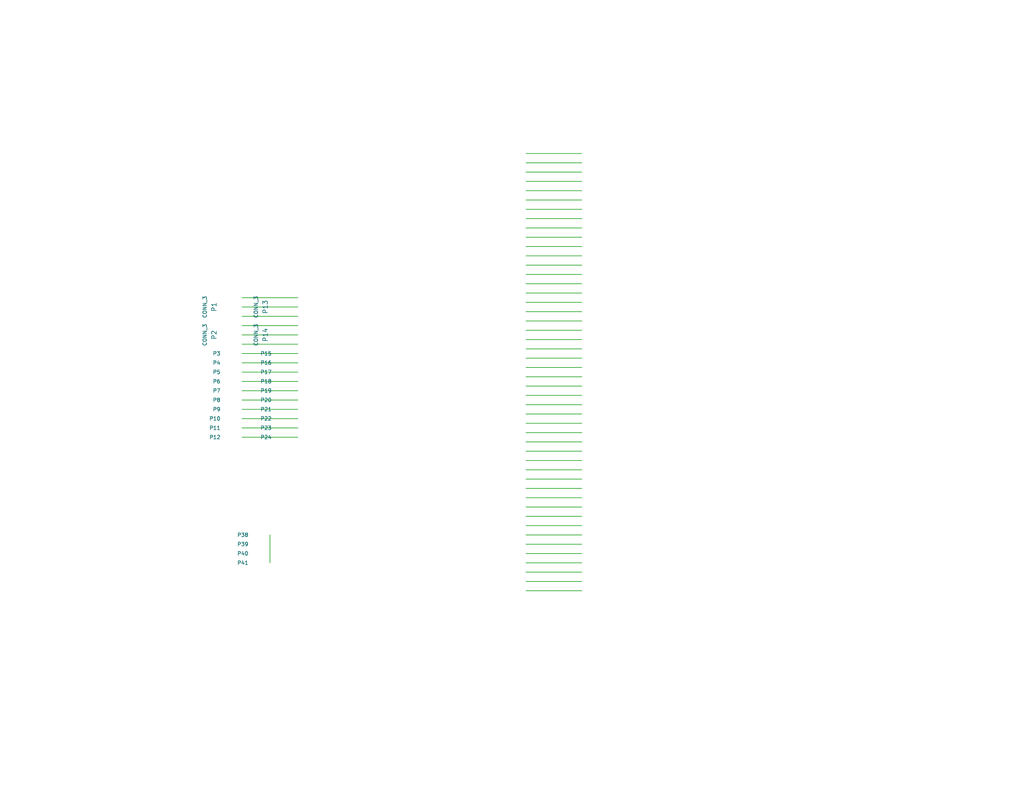
<source format=kicad_sch>
(kicad_sch
	(version 20250114)
	(generator "eeschema")
	(generator_version "9.0")
	(uuid "a10cdb76-1f38-412c-91ea-acd0b5a809bf")
	(paper "A")
	(title_block
		(title "ECU adapter")
		(date "1 sep 2013")
		(rev "1")
		(company "DAECU")
	)
	(lib_symbols)
	(wire
		(pts
			(xy 143.51 138.43) (xy 158.75 138.43)
		)
		(stroke
			(width 0)
			(type default)
		)
		(uuid "05abbd02-69cf-4d06-b316-ce0047f3140f")
	)
	(wire
		(pts
			(xy 143.51 140.97) (xy 158.75 140.97)
		)
		(stroke
			(width 0)
			(type default)
		)
		(uuid "08b025d1-d125-437b-bec1-de3042fa2cd3")
	)
	(wire
		(pts
			(xy 66.04 114.3) (xy 81.28 114.3)
		)
		(stroke
			(width 0)
			(type default)
		)
		(uuid "12ab8dd1-3d6c-4019-a6bc-a3df77a7a371")
	)
	(wire
		(pts
			(xy 143.51 118.11) (xy 158.75 118.11)
		)
		(stroke
			(width 0)
			(type default)
		)
		(uuid "13bf04c9-099b-4455-9c49-a0650fece9b5")
	)
	(wire
		(pts
			(xy 143.51 123.19) (xy 158.75 123.19)
		)
		(stroke
			(width 0)
			(type default)
		)
		(uuid "192b1155-5250-4a80-9971-88ef9133def0")
	)
	(wire
		(pts
			(xy 143.51 49.53) (xy 158.75 49.53)
		)
		(stroke
			(width 0)
			(type default)
		)
		(uuid "1ac71271-e145-4274-bdfa-8068e6122a7d")
	)
	(wire
		(pts
			(xy 143.51 59.69) (xy 158.75 59.69)
		)
		(stroke
			(width 0)
			(type default)
		)
		(uuid "1ddb2c6b-85d1-4d90-9e19-621cf211a9aa")
	)
	(wire
		(pts
			(xy 143.51 148.59) (xy 158.75 148.59)
		)
		(stroke
			(width 0)
			(type default)
		)
		(uuid "2166ea8c-9c81-47a3-b98a-64a4aeae1c27")
	)
	(wire
		(pts
			(xy 66.04 88.9) (xy 81.28 88.9)
		)
		(stroke
			(width 0)
			(type default)
		)
		(uuid "2582d85e-d59c-4fb0-8332-cc21e7cc2c5f")
	)
	(wire
		(pts
			(xy 143.51 80.01) (xy 158.75 80.01)
		)
		(stroke
			(width 0)
			(type default)
		)
		(uuid "278f0ee3-455a-4bf1-a16f-55529bb832bd")
	)
	(wire
		(pts
			(xy 66.04 104.14) (xy 81.28 104.14)
		)
		(stroke
			(width 0)
			(type default)
		)
		(uuid "27b9752e-d1c5-4574-8efc-b48fb55bc9ed")
	)
	(wire
		(pts
			(xy 143.51 85.09) (xy 158.75 85.09)
		)
		(stroke
			(width 0)
			(type default)
		)
		(uuid "3c167cb1-0142-492b-8d85-3f29b56b0a70")
	)
	(wire
		(pts
			(xy 143.51 74.93) (xy 158.75 74.93)
		)
		(stroke
			(width 0)
			(type default)
		)
		(uuid "3c5e0849-71fc-4d15-9bd2-05e90f6d1db5")
	)
	(wire
		(pts
			(xy 143.51 158.75) (xy 158.75 158.75)
		)
		(stroke
			(width 0)
			(type default)
		)
		(uuid "3d6905fd-e1c9-4ae5-8816-4d655b930693")
	)
	(wire
		(pts
			(xy 143.51 87.63) (xy 158.75 87.63)
		)
		(stroke
			(width 0)
			(type default)
		)
		(uuid "41c152f5-cacf-4e05-b1be-2f699ae3ee00")
	)
	(wire
		(pts
			(xy 66.04 86.36) (xy 81.28 86.36)
		)
		(stroke
			(width 0)
			(type default)
		)
		(uuid "43dd8d1e-29fc-4f58-89b3-393897520f07")
	)
	(wire
		(pts
			(xy 143.51 77.47) (xy 158.75 77.47)
		)
		(stroke
			(width 0)
			(type default)
		)
		(uuid "4422b847-1436-4ae1-87c8-7b8e4c95ab1c")
	)
	(wire
		(pts
			(xy 143.51 41.91) (xy 158.75 41.91)
		)
		(stroke
			(width 0)
			(type default)
		)
		(uuid "494ab341-1d48-4115-b7d9-6a1f5bc054fb")
	)
	(wire
		(pts
			(xy 143.51 130.81) (xy 158.75 130.81)
		)
		(stroke
			(width 0)
			(type default)
		)
		(uuid "4bce3598-dfec-4104-b6ac-5f20464313da")
	)
	(wire
		(pts
			(xy 66.04 101.6) (xy 81.28 101.6)
		)
		(stroke
			(width 0)
			(type default)
		)
		(uuid "5360e6df-e231-4c89-8d83-ee536f909b4d")
	)
	(wire
		(pts
			(xy 143.51 143.51) (xy 158.75 143.51)
		)
		(stroke
			(width 0)
			(type default)
		)
		(uuid "567976d9-07d5-4c0b-b498-7d45e6469ebd")
	)
	(wire
		(pts
			(xy 143.51 120.65) (xy 158.75 120.65)
		)
		(stroke
			(width 0)
			(type default)
		)
		(uuid "577f986c-b09e-4681-9a49-1f332f2e9ede")
	)
	(wire
		(pts
			(xy 66.04 119.38) (xy 81.28 119.38)
		)
		(stroke
			(width 0)
			(type default)
		)
		(uuid "59a60520-515b-4a36-8a74-598bab4bf678")
	)
	(wire
		(pts
			(xy 143.51 72.39) (xy 158.75 72.39)
		)
		(stroke
			(width 0)
			(type default)
		)
		(uuid "5aecdabe-d466-4e3c-99c9-f12f6d3fa203")
	)
	(wire
		(pts
			(xy 143.51 133.35) (xy 158.75 133.35)
		)
		(stroke
			(width 0)
			(type default)
		)
		(uuid "617caafb-c07a-4711-95c1-219ff0f9408e")
	)
	(wire
		(pts
			(xy 66.04 81.28) (xy 81.28 81.28)
		)
		(stroke
			(width 0)
			(type default)
		)
		(uuid "67112e99-8394-4745-b16a-f2e6d55f43bf")
	)
	(wire
		(pts
			(xy 143.51 161.29) (xy 158.75 161.29)
		)
		(stroke
			(width 0)
			(type default)
		)
		(uuid "6bf0dee0-510d-48a5-a0b5-b80c0543ee82")
	)
	(wire
		(pts
			(xy 66.04 91.44) (xy 81.28 91.44)
		)
		(stroke
			(width 0)
			(type default)
		)
		(uuid "6caf2021-c297-4ea8-9cde-a2db8c7b786f")
	)
	(wire
		(pts
			(xy 143.51 100.33) (xy 158.75 100.33)
		)
		(stroke
			(width 0)
			(type default)
		)
		(uuid "6eee8aef-71da-452d-b7e2-bf1aedf517b1")
	)
	(wire
		(pts
			(xy 143.51 82.55) (xy 158.75 82.55)
		)
		(stroke
			(width 0)
			(type default)
		)
		(uuid "6f478c3d-f74f-4c55-a119-5c8a3b534b0a")
	)
	(wire
		(pts
			(xy 143.51 52.07) (xy 158.75 52.07)
		)
		(stroke
			(width 0)
			(type default)
		)
		(uuid "6f55bcd7-54b2-45fd-9c19-e39e1a30afa5")
	)
	(wire
		(pts
			(xy 143.51 90.17) (xy 158.75 90.17)
		)
		(stroke
			(width 0)
			(type default)
		)
		(uuid "73d0de48-2524-426d-9fa1-80be31e7cae1")
	)
	(wire
		(pts
			(xy 143.51 44.45) (xy 158.75 44.45)
		)
		(stroke
			(width 0)
			(type default)
		)
		(uuid "79312b52-5c02-42d2-be74-4a1a82e394e2")
	)
	(wire
		(pts
			(xy 143.51 135.89) (xy 158.75 135.89)
		)
		(stroke
			(width 0)
			(type default)
		)
		(uuid "7a083284-e5c1-422d-a8ae-1de1f7bbbee9")
	)
	(wire
		(pts
			(xy 66.04 93.98) (xy 81.28 93.98)
		)
		(stroke
			(width 0)
			(type default)
		)
		(uuid "81231be2-aded-4b8c-a418-c2f1d5db5815")
	)
	(wire
		(pts
			(xy 143.51 92.71) (xy 158.75 92.71)
		)
		(stroke
			(width 0)
			(type default)
		)
		(uuid "8449522d-d476-4e1c-ae0f-53eb2d78fb56")
	)
	(wire
		(pts
			(xy 143.51 107.95) (xy 158.75 107.95)
		)
		(stroke
			(width 0)
			(type default)
		)
		(uuid "8680f355-e233-4863-819e-2b3fba62fd6a")
	)
	(wire
		(pts
			(xy 143.51 62.23) (xy 158.75 62.23)
		)
		(stroke
			(width 0)
			(type default)
		)
		(uuid "8898ce42-5fae-47ef-902a-a3134837d47e")
	)
	(wire
		(pts
			(xy 66.04 116.84) (xy 81.28 116.84)
		)
		(stroke
			(width 0)
			(type default)
		)
		(uuid "8d5c5264-0986-4065-a26d-8996674b4214")
	)
	(wire
		(pts
			(xy 66.04 83.82) (xy 81.28 83.82)
		)
		(stroke
			(width 0)
			(type default)
		)
		(uuid "8e01371b-4eae-4149-bb3f-b3a31e6f894f")
	)
	(wire
		(pts
			(xy 143.51 128.27) (xy 158.75 128.27)
		)
		(stroke
			(width 0)
			(type default)
		)
		(uuid "8e828c74-dc0c-4c6d-99e1-91e0d22bacf3")
	)
	(wire
		(pts
			(xy 66.04 96.52) (xy 81.28 96.52)
		)
		(stroke
			(width 0)
			(type default)
		)
		(uuid "9ff00212-78c0-4304-b655-ca36d3e4b1b0")
	)
	(wire
		(pts
			(xy 143.51 95.25) (xy 158.75 95.25)
		)
		(stroke
			(width 0)
			(type default)
		)
		(uuid "a20d986e-1c32-4ecc-9504-55cc43423e6e")
	)
	(wire
		(pts
			(xy 143.51 151.13) (xy 158.75 151.13)
		)
		(stroke
			(width 0)
			(type default)
		)
		(uuid "a3241b51-bd59-4248-8705-4e2fed395c26")
	)
	(wire
		(pts
			(xy 143.51 102.87) (xy 158.75 102.87)
		)
		(stroke
			(width 0)
			(type default)
		)
		(uuid "a7331414-caa6-4095-be59-2b560b95a461")
	)
	(wire
		(pts
			(xy 143.51 64.77) (xy 158.75 64.77)
		)
		(stroke
			(width 0)
			(type default)
		)
		(uuid "a7eb52e6-f10d-44e8-9adb-825d14f9b74d")
	)
	(wire
		(pts
			(xy 143.51 69.85) (xy 158.75 69.85)
		)
		(stroke
			(width 0)
			(type default)
		)
		(uuid "a9cd6459-3634-4b30-b3b3-4ec2fd0d73bc")
	)
	(wire
		(pts
			(xy 143.51 153.67) (xy 158.75 153.67)
		)
		(stroke
			(width 0)
			(type default)
		)
		(uuid "af0b0d05-fecc-402d-a7b7-906de2ddbb89")
	)
	(wire
		(pts
			(xy 66.04 106.68) (xy 81.28 106.68)
		)
		(stroke
			(width 0)
			(type default)
		)
		(uuid "b1ae0d6f-469a-4b40-979a-6e176055d28a")
	)
	(wire
		(pts
			(xy 143.51 57.15) (xy 158.75 57.15)
		)
		(stroke
			(width 0)
			(type default)
		)
		(uuid "b4ddc042-0ecf-46dd-9c08-3b4171e48cbf")
	)
	(wire
		(pts
			(xy 66.04 109.22) (xy 81.28 109.22)
		)
		(stroke
			(width 0)
			(type default)
		)
		(uuid "b9bf8512-b9eb-4114-83db-aceb4ab289a1")
	)
	(wire
		(pts
			(xy 143.51 113.03) (xy 158.75 113.03)
		)
		(stroke
			(width 0)
			(type default)
		)
		(uuid "be08fe3d-803c-4909-acb0-588bb232998f")
	)
	(wire
		(pts
			(xy 143.51 67.31) (xy 158.75 67.31)
		)
		(stroke
			(width 0)
			(type default)
		)
		(uuid "c97cb4da-3964-4cbd-aad7-534ba26c98e2")
	)
	(wire
		(pts
			(xy 73.66 146.05) (xy 73.66 153.67)
		)
		(stroke
			(width 0)
			(type default)
		)
		(uuid "cae8731c-d039-4daf-98a3-37a00b026857")
	)
	(wire
		(pts
			(xy 143.51 105.41) (xy 158.75 105.41)
		)
		(stroke
			(width 0)
			(type default)
		)
		(uuid "cbddcb21-f1e8-4442-890e-8e4932f33f71")
	)
	(wire
		(pts
			(xy 143.51 156.21) (xy 158.75 156.21)
		)
		(stroke
			(width 0)
			(type default)
		)
		(uuid "d133417e-6998-4029-b033-4474d290ec7e")
	)
	(wire
		(pts
			(xy 143.51 46.99) (xy 158.75 46.99)
		)
		(stroke
			(width 0)
			(type default)
		)
		(uuid "d65c6dca-6cb7-40ae-b1c1-1102c66d250f")
	)
	(wire
		(pts
			(xy 143.51 125.73) (xy 158.75 125.73)
		)
		(stroke
			(width 0)
			(type default)
		)
		(uuid "d8feff54-84de-4f32-9c57-7c5eba9b6171")
	)
	(wire
		(pts
			(xy 143.51 110.49) (xy 158.75 110.49)
		)
		(stroke
			(width 0)
			(type default)
		)
		(uuid "dfe6bc8e-79ce-4a4d-80c0-0fccdb0cb86b")
	)
	(wire
		(pts
			(xy 143.51 97.79) (xy 158.75 97.79)
		)
		(stroke
			(width 0)
			(type default)
		)
		(uuid "e10dc82d-fd07-4081-ace1-183ad50a2881")
	)
	(wire
		(pts
			(xy 143.51 115.57) (xy 158.75 115.57)
		)
		(stroke
			(width 0)
			(type default)
		)
		(uuid "e3731d55-9ece-4a3c-abfc-b8c6940de9c4")
	)
	(wire
		(pts
			(xy 66.04 99.06) (xy 81.28 99.06)
		)
		(stroke
			(width 0)
			(type default)
		)
		(uuid "ef64ae5c-817b-45c4-9bef-647c6187a4ad")
	)
	(wire
		(pts
			(xy 143.51 146.05) (xy 158.75 146.05)
		)
		(stroke
			(width 0)
			(type default)
		)
		(uuid "f05d9bf7-9aca-41c3-8bd3-15a8e6062a5a")
	)
	(wire
		(pts
			(xy 66.04 111.76) (xy 81.28 111.76)
		)
		(stroke
			(width 0)
			(type default)
		)
		(uuid "f3a36621-9c47-4288-a744-9a52d040cacc")
	)
	(wire
		(pts
			(xy 143.51 54.61) (xy 158.75 54.61)
		)
		(stroke
			(width 0)
			(type default)
		)
		(uuid "fc566c2e-1cf2-48e4-9503-eecd2ca97421")
	)
	(symbol
		(lib_id "CONN_8")
		(at 134.62 50.8 0)
		(mirror y)
		(unit 1)
		(exclude_from_sim no)
		(in_bom yes)
		(on_board yes)
		(dnp no)
		(uuid "00000000-0000-0000-0000-000052230991")
		(property "Reference" "P26"
			(at 135.89 50.8 90)
			(effects
				(font
					(size 1.524 1.524)
				)
			)
		)
		(property "Value" "CONN_8"
			(at 133.35 50.8 90)
			(effects
				(font
					(size 1.524 1.524)
				)
			)
		)
		(property "Footprint" "SIL-8"
			(at 130.81 50.8 90)
			(effects
				(font
					(size 1.524 1.524)
				)
				(hide yes)
			)
		)
		(property "Datasheet" ""
			(at 134.62 50.8 0)
			(effects
				(font
					(size 1.27 1.27)
				)
			)
		)
		(property "Description" ""
			(at 134.62 50.8 0)
			(effects
				(font
					(size 1.27 1.27)
				)
			)
		)
		(instances
			(project ""
				(path "/a10cdb76-1f38-412c-91ea-acd0b5a809bf"
					(reference "P26")
					(unit 1)
				)
			)
		)
	)
	(symbol
		(lib_id "CONN_8")
		(at 134.62 71.12 0)
		(mirror y)
		(unit 1)
		(exclude_from_sim no)
		(in_bom yes)
		(on_board yes)
		(dnp no)
		(uuid "00000000-0000-0000-0000-0000522309a0")
		(property "Reference" "P27"
			(at 135.89 71.12 90)
			(effects
				(font
					(size 1.524 1.524)
				)
			)
		)
		(property "Value" "CONN_8"
			(at 133.35 71.12 90)
			(effects
				(font
					(size 1.524 1.524)
				)
			)
		)
		(property "Footprint" "SIL-8"
			(at 130.81 71.12 90)
			(effects
				(font
					(size 1.524 1.524)
				)
				(hide yes)
			)
		)
		(property "Datasheet" ""
			(at 134.62 71.12 0)
			(effects
				(font
					(size 1.27 1.27)
				)
			)
		)
		(property "Description" ""
			(at 134.62 71.12 0)
			(effects
				(font
					(size 1.27 1.27)
				)
			)
		)
		(instances
			(project ""
				(path "/a10cdb76-1f38-412c-91ea-acd0b5a809bf"
					(reference "P27")
					(unit 1)
				)
			)
		)
	)
	(symbol
		(lib_id "CONN_8")
		(at 134.62 111.76 0)
		(mirror y)
		(unit 1)
		(exclude_from_sim no)
		(in_bom yes)
		(on_board yes)
		(dnp no)
		(uuid "00000000-0000-0000-0000-0000522309b8")
		(property "Reference" "P29"
			(at 135.89 111.76 90)
			(effects
				(font
					(size 1.524 1.524)
				)
			)
		)
		(property "Value" "CONN_8"
			(at 133.35 111.76 90)
			(effects
				(font
					(size 1.524 1.524)
				)
			)
		)
		(property "Footprint" "SIL-8"
			(at 130.81 111.76 90)
			(effects
				(font
					(size 1.524 1.524)
				)
				(hide yes)
			)
		)
		(property "Datasheet" ""
			(at 134.62 111.76 0)
			(effects
				(font
					(size 1.27 1.27)
				)
			)
		)
		(property "Description" ""
			(at 134.62 111.76 0)
			(effects
				(font
					(size 1.27 1.27)
				)
			)
		)
		(instances
			(project ""
				(path "/a10cdb76-1f38-412c-91ea-acd0b5a809bf"
					(reference "P29")
					(unit 1)
				)
			)
		)
	)
	(symbol
		(lib_id "CONN_8")
		(at 134.62 91.44 0)
		(mirror y)
		(unit 1)
		(exclude_from_sim no)
		(in_bom yes)
		(on_board yes)
		(dnp no)
		(uuid "00000000-0000-0000-0000-0000522309b9")
		(property "Reference" "P28"
			(at 135.89 91.44 90)
			(effects
				(font
					(size 1.524 1.524)
				)
			)
		)
		(property "Value" "CONN_8"
			(at 133.35 91.44 90)
			(effects
				(font
					(size 1.524 1.524)
				)
			)
		)
		(property "Footprint" "SIL-8"
			(at 130.81 91.44 90)
			(effects
				(font
					(size 1.524 1.524)
				)
				(hide yes)
			)
		)
		(property "Datasheet" ""
			(at 134.62 91.44 0)
			(effects
				(font
					(size 1.27 1.27)
				)
			)
		)
		(property "Description" ""
			(at 134.62 91.44 0)
			(effects
				(font
					(size 1.27 1.27)
				)
			)
		)
		(instances
			(project ""
				(path "/a10cdb76-1f38-412c-91ea-acd0b5a809bf"
					(reference "P28")
					(unit 1)
				)
			)
		)
	)
	(symbol
		(lib_id "CONN_8")
		(at 134.62 132.08 0)
		(mirror y)
		(unit 1)
		(exclude_from_sim no)
		(in_bom yes)
		(on_board yes)
		(dnp no)
		(uuid "00000000-0000-0000-0000-0000522309be")
		(property "Reference" "P30"
			(at 135.89 132.08 90)
			(effects
				(font
					(size 1.524 1.524)
				)
			)
		)
		(property "Value" "CONN_8"
			(at 133.35 132.08 90)
			(effects
				(font
					(size 1.524 1.524)
				)
			)
		)
		(property "Footprint" "SIL-8"
			(at 130.81 132.08 90)
			(effects
				(font
					(size 1.524 1.524)
				)
				(hide yes)
			)
		)
		(property "Datasheet" ""
			(at 134.62 132.08 0)
			(effects
				(font
					(size 1.27 1.27)
				)
			)
		)
		(property "Description" ""
			(at 134.62 132.08 0)
			(effects
				(font
					(size 1.27 1.27)
				)
			)
		)
		(instances
			(project ""
				(path "/a10cdb76-1f38-412c-91ea-acd0b5a809bf"
					(reference "P30")
					(unit 1)
				)
			)
		)
	)
	(symbol
		(lib_id "CONN_8")
		(at 134.62 152.4 0)
		(mirror y)
		(unit 1)
		(exclude_from_sim no)
		(in_bom yes)
		(on_board yes)
		(dnp no)
		(uuid "00000000-0000-0000-0000-0000522309bf")
		(property "Reference" "P31"
			(at 135.89 152.4 90)
			(effects
				(font
					(size 1.524 1.524)
				)
			)
		)
		(property "Value" "CONN_8"
			(at 133.35 152.4 90)
			(effects
				(font
					(size 1.524 1.524)
				)
			)
		)
		(property "Footprint" "SIL-8"
			(at 130.81 152.4 90)
			(effects
				(font
					(size 1.524 1.524)
				)
				(hide yes)
			)
		)
		(property "Datasheet" ""
			(at 134.62 152.4 0)
			(effects
				(font
					(size 1.27 1.27)
				)
			)
		)
		(property "Description" ""
			(at 134.62 152.4 0)
			(effects
				(font
					(size 1.27 1.27)
				)
			)
		)
		(instances
			(project ""
				(path "/a10cdb76-1f38-412c-91ea-acd0b5a809bf"
					(reference "P31")
					(unit 1)
				)
			)
		)
	)
	(symbol
		(lib_id "0176122-06")
		(at 100.33 100.33 0)
		(unit 1)
		(exclude_from_sim no)
		(in_bom yes)
		(on_board yes)
		(dnp no)
		(uuid "00000000-0000-0000-0000-000052230ab3")
		(property "Reference" "P25"
			(at 100.33 102.87 0)
			(effects
				(font
					(size 1.27 1.27)
				)
			)
		)
		(property "Value" "174915-6"
			(at 100.33 97.79 0)
			(effects
				(font
					(size 1.27 1.27)
				)
			)
		)
		(property "Footprint" "176122-6"
			(at 100.33 109.22 0)
			(effects
				(font
					(size 1.27 1.27)
				)
				(hide yes)
			)
		)
		(property "Datasheet" "DOCUMENTATION"
			(at 100.33 106.68 0)
			(effects
				(font
					(size 1.27 1.27)
				)
				(hide yes)
			)
		)
		(property "Description" ""
			(at 100.33 100.33 0)
			(effects
				(font
					(size 1.27 1.27)
				)
			)
		)
		(instances
			(project ""
				(path "/a10cdb76-1f38-412c-91ea-acd0b5a809bf"
					(reference "P25")
					(unit 1)
				)
			)
		)
	)
	(symbol
		(lib_id "0176122-06")
		(at 177.8 101.6 0)
		(unit 1)
		(exclude_from_sim no)
		(in_bom yes)
		(on_board yes)
		(dnp no)
		(uuid "00000000-0000-0000-0000-000052230ab7")
		(property "Reference" "P25"
			(at 177.8 104.14 0)
			(effects
				(font
					(size 1.27 1.27)
				)
			)
		)
		(property "Value" "174915-6"
			(at 177.8 99.06 0)
			(effects
				(font
					(size 1.27 1.27)
				)
			)
		)
		(property "Footprint" "174915-6"
			(at 177.8 110.49 0)
			(effects
				(font
					(size 1.27 1.27)
				)
				(hide yes)
			)
		)
		(property "Datasheet" "DOCUMENTATION"
			(at 177.8 107.95 0)
			(effects
				(font
					(size 1.27 1.27)
				)
				(hide yes)
			)
		)
		(property "Description" ""
			(at 177.8 101.6 0)
			(effects
				(font
					(size 1.27 1.27)
				)
			)
		)
		(instances
			(project ""
				(path "/a10cdb76-1f38-412c-91ea-acd0b5a809bf"
					(reference "P25")
					(unit 1)
				)
			)
		)
	)
	(symbol
		(lib_id "CONN_8")
		(at 147.32 152.4 0)
		(mirror y)
		(unit 1)
		(exclude_from_sim no)
		(in_bom yes)
		(on_board yes)
		(dnp no)
		(uuid "00000000-0000-0000-0000-000052230be5")
		(property "Reference" "P37"
			(at 148.59 152.4 90)
			(effects
				(font
					(size 1.524 1.524)
				)
			)
		)
		(property "Value" "CONN_8"
			(at 146.05 152.4 90)
			(effects
				(font
					(size 1.524 1.524)
				)
			)
		)
		(property "Footprint" "SIL-8"
			(at 143.51 152.4 90)
			(effects
				(font
					(size 1.524 1.524)
				)
				(hide yes)
			)
		)
		(property "Datasheet" ""
			(at 147.32 152.4 0)
			(effects
				(font
					(size 1.27 1.27)
				)
			)
		)
		(property "Description" ""
			(at 147.32 152.4 0)
			(effects
				(font
					(size 1.27 1.27)
				)
			)
		)
		(instances
			(project ""
				(path "/a10cdb76-1f38-412c-91ea-acd0b5a809bf"
					(reference "P37")
					(unit 1)
				)
			)
		)
	)
	(symbol
		(lib_id "CONN_8")
		(at 147.32 132.08 0)
		(mirror y)
		(unit 1)
		(exclude_from_sim no)
		(in_bom yes)
		(on_board yes)
		(dnp no)
		(uuid "00000000-0000-0000-0000-000052230be6")
		(property "Reference" "P36"
			(at 148.59 132.08 90)
			(effects
				(font
					(size 1.524 1.524)
				)
			)
		)
		(property "Value" "CONN_8"
			(at 146.05 132.08 90)
			(effects
				(font
					(size 1.524 1.524)
				)
			)
		)
		(property "Footprint" "SIL-8"
			(at 143.51 132.08 90)
			(effects
				(font
					(size 1.524 1.524)
				)
				(hide yes)
			)
		)
		(property "Datasheet" ""
			(at 147.32 132.08 0)
			(effects
				(font
					(size 1.27 1.27)
				)
			)
		)
		(property "Description" ""
			(at 147.32 132.08 0)
			(effects
				(font
					(size 1.27 1.27)
				)
			)
		)
		(instances
			(project ""
				(path "/a10cdb76-1f38-412c-91ea-acd0b5a809bf"
					(reference "P36")
					(unit 1)
				)
			)
		)
	)
	(symbol
		(lib_id "CONN_8")
		(at 147.32 91.44 0)
		(mirror y)
		(unit 1)
		(exclude_from_sim no)
		(in_bom yes)
		(on_board yes)
		(dnp no)
		(uuid "00000000-0000-0000-0000-000052230be7")
		(property "Reference" "P34"
			(at 148.59 91.44 90)
			(effects
				(font
					(size 1.524 1.524)
				)
			)
		)
		(property "Value" "CONN_8"
			(at 146.05 91.44 90)
			(effects
				(font
					(size 1.524 1.524)
				)
			)
		)
		(property "Footprint" "SIL-8"
			(at 143.51 91.44 90)
			(effects
				(font
					(size 1.524 1.524)
				)
				(hide yes)
			)
		)
		(property "Datasheet" ""
			(at 147.32 91.44 0)
			(effects
				(font
					(size 1.27 1.27)
				)
			)
		)
		(property "Description" ""
			(at 147.32 91.44 0)
			(effects
				(font
					(size 1.27 1.27)
				)
			)
		)
		(instances
			(project ""
				(path "/a10cdb76-1f38-412c-91ea-acd0b5a809bf"
					(reference "P34")
					(unit 1)
				)
			)
		)
	)
	(symbol
		(lib_id "CONN_8")
		(at 147.32 111.76 0)
		(mirror y)
		(unit 1)
		(exclude_from_sim no)
		(in_bom yes)
		(on_board yes)
		(dnp no)
		(uuid "00000000-0000-0000-0000-000052230be8")
		(property "Reference" "P35"
			(at 148.59 111.76 90)
			(effects
				(font
					(size 1.524 1.524)
				)
			)
		)
		(property "Value" "CONN_8"
			(at 146.05 111.76 90)
			(effects
				(font
					(size 1.524 1.524)
				)
			)
		)
		(property "Footprint" "SIL-8"
			(at 143.51 111.76 90)
			(effects
				(font
					(size 1.524 1.524)
				)
				(hide yes)
			)
		)
		(property "Datasheet" ""
			(at 147.32 111.76 0)
			(effects
				(font
					(size 1.27 1.27)
				)
			)
		)
		(property "Description" ""
			(at 147.32 111.76 0)
			(effects
				(font
					(size 1.27 1.27)
				)
			)
		)
		(instances
			(project ""
				(path "/a10cdb76-1f38-412c-91ea-acd0b5a809bf"
					(reference "P35")
					(unit 1)
				)
			)
		)
	)
	(symbol
		(lib_id "CONN_8")
		(at 147.32 71.12 0)
		(mirror y)
		(unit 1)
		(exclude_from_sim no)
		(in_bom yes)
		(on_board yes)
		(dnp no)
		(uuid "00000000-0000-0000-0000-000052230be9")
		(property "Reference" "P33"
			(at 148.59 71.12 90)
			(effects
				(font
					(size 1.524 1.524)
				)
			)
		)
		(property "Value" "CONN_8"
			(at 146.05 71.12 90)
			(effects
				(font
					(size 1.524 1.524)
				)
			)
		)
		(property "Footprint" "SIL-8"
			(at 143.51 71.12 90)
			(effects
				(font
					(size 1.524 1.524)
				)
				(hide yes)
			)
		)
		(property "Datasheet" ""
			(at 147.32 71.12 0)
			(effects
				(font
					(size 1.27 1.27)
				)
			)
		)
		(property "Description" ""
			(at 147.32 71.12 0)
			(effects
				(font
					(size 1.27 1.27)
				)
			)
		)
		(instances
			(project ""
				(path "/a10cdb76-1f38-412c-91ea-acd0b5a809bf"
					(reference "P33")
					(unit 1)
				)
			)
		)
	)
	(symbol
		(lib_id "CONN_8")
		(at 147.32 50.8 0)
		(mirror y)
		(unit 1)
		(exclude_from_sim no)
		(in_bom yes)
		(on_board yes)
		(dnp no)
		(uuid "00000000-0000-0000-0000-000052230bea")
		(property "Reference" "P32"
			(at 148.59 50.8 90)
			(effects
				(font
					(size 1.524 1.524)
				)
			)
		)
		(property "Value" "CONN_8"
			(at 146.05 50.8 90)
			(effects
				(font
					(size 1.524 1.524)
				)
			)
		)
		(property "Footprint" "SIL-8"
			(at 143.51 50.8 90)
			(effects
				(font
					(size 1.524 1.524)
				)
				(hide yes)
			)
		)
		(property "Datasheet" ""
			(at 147.32 50.8 0)
			(effects
				(font
					(size 1.27 1.27)
				)
			)
		)
		(property "Description" ""
			(at 147.32 50.8 0)
			(effects
				(font
					(size 1.27 1.27)
				)
			)
		)
		(instances
			(project ""
				(path "/a10cdb76-1f38-412c-91ea-acd0b5a809bf"
					(reference "P32")
					(unit 1)
				)
			)
		)
	)
	(symbol
		(lib_id "CONN_3")
		(at 57.15 83.82 0)
		(mirror y)
		(unit 1)
		(exclude_from_sim no)
		(in_bom yes)
		(on_board yes)
		(dnp no)
		(uuid "00000000-0000-0000-0000-000052230cde")
		(property "Reference" "P1"
			(at 58.42 83.82 90)
			(effects
				(font
					(size 1.27 1.27)
				)
			)
		)
		(property "Value" "CONN_3"
			(at 55.88 83.82 90)
			(effects
				(font
					(size 1.016 1.016)
				)
			)
		)
		(property "Footprint" "SIL-3"
			(at 53.34 83.82 90)
			(effects
				(font
					(size 1.016 1.016)
				)
				(hide yes)
			)
		)
		(property "Datasheet" ""
			(at 57.15 83.82 0)
			(effects
				(font
					(size 1.27 1.27)
				)
			)
		)
		(property "Description" ""
			(at 57.15 83.82 0)
			(effects
				(font
					(size 1.27 1.27)
				)
			)
		)
		(instances
			(project ""
				(path "/a10cdb76-1f38-412c-91ea-acd0b5a809bf"
					(reference "P1")
					(unit 1)
				)
			)
		)
	)
	(symbol
		(lib_id "CONN_3")
		(at 57.15 91.44 0)
		(mirror y)
		(unit 1)
		(exclude_from_sim no)
		(in_bom yes)
		(on_board yes)
		(dnp no)
		(uuid "00000000-0000-0000-0000-000052230cf7")
		(property "Reference" "P2"
			(at 58.42 91.44 90)
			(effects
				(font
					(size 1.27 1.27)
				)
			)
		)
		(property "Value" "CONN_3"
			(at 55.88 91.44 90)
			(effects
				(font
					(size 1.016 1.016)
				)
			)
		)
		(property "Footprint" "SIL-3"
			(at 53.34 91.44 90)
			(effects
				(font
					(size 1.016 1.016)
				)
				(hide yes)
			)
		)
		(property "Datasheet" ""
			(at 57.15 91.44 0)
			(effects
				(font
					(size 1.27 1.27)
				)
			)
		)
		(property "Description" ""
			(at 57.15 91.44 0)
			(effects
				(font
					(size 1.27 1.27)
				)
			)
		)
		(instances
			(project ""
				(path "/a10cdb76-1f38-412c-91ea-acd0b5a809bf"
					(reference "P2")
					(unit 1)
				)
			)
		)
	)
	(symbol
		(lib_id "CONN_1")
		(at 62.23 109.22 180)
		(unit 1)
		(exclude_from_sim no)
		(in_bom yes)
		(on_board yes)
		(dnp no)
		(uuid "00000000-0000-0000-0000-000052230d09")
		(property "Reference" "P8"
			(at 60.198 109.22 0)
			(effects
				(font
					(size 1.016 1.016)
				)
				(justify left)
			)
		)
		(property "Value" "CONN_1"
			(at 62.23 110.617 0)
			(effects
				(font
					(size 0.762 0.762)
				)
				(hide yes)
			)
		)
		(property "Footprint" "SIL-1"
			(at 62.23 113.157 0)
			(effects
				(font
					(size 0.762 0.762)
				)
				(hide yes)
			)
		)
		(property "Datasheet" ""
			(at 62.23 109.22 0)
			(effects
				(font
					(size 1.27 1.27)
				)
			)
		)
		(property "Description" ""
			(at 62.23 109.22 0)
			(effects
				(font
					(size 1.27 1.27)
				)
			)
		)
		(instances
			(project ""
				(path "/a10cdb76-1f38-412c-91ea-acd0b5a809bf"
					(reference "P8")
					(unit 1)
				)
			)
		)
	)
	(symbol
		(lib_id "CONN_1")
		(at 62.23 106.68 180)
		(unit 1)
		(exclude_from_sim no)
		(in_bom yes)
		(on_board yes)
		(dnp no)
		(uuid "00000000-0000-0000-0000-000052230d10")
		(property "Reference" "P7"
			(at 60.198 106.68 0)
			(effects
				(font
					(size 1.016 1.016)
				)
				(justify left)
			)
		)
		(property "Value" "CONN_1"
			(at 62.23 108.077 0)
			(effects
				(font
					(size 0.762 0.762)
				)
				(hide yes)
			)
		)
		(property "Footprint" "SIL-1"
			(at 62.23 110.617 0)
			(effects
				(font
					(size 0.762 0.762)
				)
				(hide yes)
			)
		)
		(property "Datasheet" ""
			(at 62.23 106.68 0)
			(effects
				(font
					(size 1.27 1.27)
				)
			)
		)
		(property "Description" ""
			(at 62.23 106.68 0)
			(effects
				(font
					(size 1.27 1.27)
				)
			)
		)
		(instances
			(project ""
				(path "/a10cdb76-1f38-412c-91ea-acd0b5a809bf"
					(reference "P7")
					(unit 1)
				)
			)
		)
	)
	(symbol
		(lib_id "CONN_1")
		(at 62.23 101.6 180)
		(unit 1)
		(exclude_from_sim no)
		(in_bom yes)
		(on_board yes)
		(dnp no)
		(uuid "00000000-0000-0000-0000-000052230df7")
		(property "Reference" "P5"
			(at 60.198 101.6 0)
			(effects
				(font
					(size 1.016 1.016)
				)
				(justify left)
			)
		)
		(property "Value" "CONN_1"
			(at 62.23 102.997 0)
			(effects
				(font
					(size 0.762 0.762)
				)
				(hide yes)
			)
		)
		(property "Footprint" "SIL-1"
			(at 62.23 105.537 0)
			(effects
				(font
					(size 0.762 0.762)
				)
				(hide yes)
			)
		)
		(property "Datasheet" ""
			(at 62.23 101.6 0)
			(effects
				(font
					(size 1.27 1.27)
				)
			)
		)
		(property "Description" ""
			(at 62.23 101.6 0)
			(effects
				(font
					(size 1.27 1.27)
				)
			)
		)
		(instances
			(project ""
				(path "/a10cdb76-1f38-412c-91ea-acd0b5a809bf"
					(reference "P5")
					(unit 1)
				)
			)
		)
	)
	(symbol
		(lib_id "CONN_1")
		(at 62.23 104.14 180)
		(unit 1)
		(exclude_from_sim no)
		(in_bom yes)
		(on_board yes)
		(dnp no)
		(uuid "00000000-0000-0000-0000-000052230df8")
		(property "Reference" "P6"
			(at 60.198 104.14 0)
			(effects
				(font
					(size 1.016 1.016)
				)
				(justify left)
			)
		)
		(property "Value" "CONN_1"
			(at 62.23 105.537 0)
			(effects
				(font
					(size 0.762 0.762)
				)
				(hide yes)
			)
		)
		(property "Footprint" "SIL-1"
			(at 62.23 108.077 0)
			(effects
				(font
					(size 0.762 0.762)
				)
				(hide yes)
			)
		)
		(property "Datasheet" ""
			(at 62.23 104.14 0)
			(effects
				(font
					(size 1.27 1.27)
				)
			)
		)
		(property "Description" ""
			(at 62.23 104.14 0)
			(effects
				(font
					(size 1.27 1.27)
				)
			)
		)
		(instances
			(project ""
				(path "/a10cdb76-1f38-412c-91ea-acd0b5a809bf"
					(reference "P6")
					(unit 1)
				)
			)
		)
	)
	(symbol
		(lib_id "CONN_1")
		(at 62.23 99.06 180)
		(unit 1)
		(exclude_from_sim no)
		(in_bom yes)
		(on_board yes)
		(dnp no)
		(uuid "00000000-0000-0000-0000-000052230dfa")
		(property "Reference" "P4"
			(at 60.198 99.06 0)
			(effects
				(font
					(size 1.016 1.016)
				)
				(justify left)
			)
		)
		(property "Value" "CONN_1"
			(at 62.23 100.457 0)
			(effects
				(font
					(size 0.762 0.762)
				)
				(hide yes)
			)
		)
		(property "Footprint" "SIL-1"
			(at 62.23 102.997 0)
			(effects
				(font
					(size 0.762 0.762)
				)
				(hide yes)
			)
		)
		(property "Datasheet" ""
			(at 62.23 99.06 0)
			(effects
				(font
					(size 1.27 1.27)
				)
			)
		)
		(property "Description" ""
			(at 62.23 99.06 0)
			(effects
				(font
					(size 1.27 1.27)
				)
			)
		)
		(instances
			(project ""
				(path "/a10cdb76-1f38-412c-91ea-acd0b5a809bf"
					(reference "P4")
					(unit 1)
				)
			)
		)
	)
	(symbol
		(lib_id "CONN_1")
		(at 62.23 96.52 180)
		(unit 1)
		(exclude_from_sim no)
		(in_bom yes)
		(on_board yes)
		(dnp no)
		(uuid "00000000-0000-0000-0000-000052230dfb")
		(property "Reference" "P3"
			(at 60.198 96.52 0)
			(effects
				(font
					(size 1.016 1.016)
				)
				(justify left)
			)
		)
		(property "Value" "CONN_1"
			(at 62.23 97.917 0)
			(effects
				(font
					(size 0.762 0.762)
				)
				(hide yes)
			)
		)
		(property "Footprint" "SIL-1"
			(at 62.23 100.457 0)
			(effects
				(font
					(size 0.762 0.762)
				)
				(hide yes)
			)
		)
		(property "Datasheet" ""
			(at 62.23 96.52 0)
			(effects
				(font
					(size 1.27 1.27)
				)
			)
		)
		(property "Description" ""
			(at 62.23 96.52 0)
			(effects
				(font
					(size 1.27 1.27)
				)
			)
		)
		(instances
			(project ""
				(path "/a10cdb76-1f38-412c-91ea-acd0b5a809bf"
					(reference "P3")
					(unit 1)
				)
			)
		)
	)
	(symbol
		(lib_id "CONN_1")
		(at 62.23 114.3 180)
		(unit 1)
		(exclude_from_sim no)
		(in_bom yes)
		(on_board yes)
		(dnp no)
		(uuid "00000000-0000-0000-0000-000052230e00")
		(property "Reference" "P10"
			(at 60.198 114.3 0)
			(effects
				(font
					(size 1.016 1.016)
				)
				(justify left)
			)
		)
		(property "Value" "CONN_1"
			(at 62.23 115.697 0)
			(effects
				(font
					(size 0.762 0.762)
				)
				(hide yes)
			)
		)
		(property "Footprint" "SIL-1"
			(at 62.23 118.237 0)
			(effects
				(font
					(size 0.762 0.762)
				)
				(hide yes)
			)
		)
		(property "Datasheet" ""
			(at 62.23 114.3 0)
			(effects
				(font
					(size 1.27 1.27)
				)
			)
		)
		(property "Description" ""
			(at 62.23 114.3 0)
			(effects
				(font
					(size 1.27 1.27)
				)
			)
		)
		(instances
			(project ""
				(path "/a10cdb76-1f38-412c-91ea-acd0b5a809bf"
					(reference "P10")
					(unit 1)
				)
			)
		)
	)
	(symbol
		(lib_id "CONN_1")
		(at 62.23 111.76 180)
		(unit 1)
		(exclude_from_sim no)
		(in_bom yes)
		(on_board yes)
		(dnp no)
		(uuid "00000000-0000-0000-0000-000052230e01")
		(property "Reference" "P9"
			(at 60.198 111.76 0)
			(effects
				(font
					(size 1.016 1.016)
				)
				(justify left)
			)
		)
		(property "Value" "CONN_1"
			(at 62.23 113.157 0)
			(effects
				(font
					(size 0.762 0.762)
				)
				(hide yes)
			)
		)
		(property "Footprint" "SIL-1"
			(at 62.23 115.697 0)
			(effects
				(font
					(size 0.762 0.762)
				)
				(hide yes)
			)
		)
		(property "Datasheet" ""
			(at 62.23 111.76 0)
			(effects
				(font
					(size 1.27 1.27)
				)
			)
		)
		(property "Description" ""
			(at 62.23 111.76 0)
			(effects
				(font
					(size 1.27 1.27)
				)
			)
		)
		(instances
			(project ""
				(path "/a10cdb76-1f38-412c-91ea-acd0b5a809bf"
					(reference "P9")
					(unit 1)
				)
			)
		)
	)
	(symbol
		(lib_id "CONN_1")
		(at 62.23 116.84 180)
		(unit 1)
		(exclude_from_sim no)
		(in_bom yes)
		(on_board yes)
		(dnp no)
		(uuid "00000000-0000-0000-0000-000052230e02")
		(property "Reference" "P11"
			(at 60.198 116.84 0)
			(effects
				(font
					(size 1.016 1.016)
				)
				(justify left)
			)
		)
		(property "Value" "CONN_1"
			(at 62.23 118.237 0)
			(effects
				(font
					(size 0.762 0.762)
				)
				(hide yes)
			)
		)
		(property "Footprint" "SIL-1"
			(at 62.23 120.777 0)
			(effects
				(font
					(size 0.762 0.762)
				)
				(hide yes)
			)
		)
		(property "Datasheet" ""
			(at 62.23 116.84 0)
			(effects
				(font
					(size 1.27 1.27)
				)
			)
		)
		(property "Description" ""
			(at 62.23 116.84 0)
			(effects
				(font
					(size 1.27 1.27)
				)
			)
		)
		(instances
			(project ""
				(path "/a10cdb76-1f38-412c-91ea-acd0b5a809bf"
					(reference "P11")
					(unit 1)
				)
			)
		)
	)
	(symbol
		(lib_id "CONN_1")
		(at 62.23 119.38 180)
		(unit 1)
		(exclude_from_sim no)
		(in_bom yes)
		(on_board yes)
		(dnp no)
		(uuid "00000000-0000-0000-0000-000052230e03")
		(property "Reference" "P12"
			(at 60.198 119.38 0)
			(effects
				(font
					(size 1.016 1.016)
				)
				(justify left)
			)
		)
		(property "Value" "CONN_1"
			(at 62.23 120.777 0)
			(effects
				(font
					(size 0.762 0.762)
				)
				(hide yes)
			)
		)
		(property "Footprint" "SIL-1"
			(at 62.23 123.317 0)
			(effects
				(font
					(size 0.762 0.762)
				)
				(hide yes)
			)
		)
		(property "Datasheet" ""
			(at 62.23 119.38 0)
			(effects
				(font
					(size 1.27 1.27)
				)
			)
		)
		(property "Description" ""
			(at 62.23 119.38 0)
			(effects
				(font
					(size 1.27 1.27)
				)
			)
		)
		(instances
			(project ""
				(path "/a10cdb76-1f38-412c-91ea-acd0b5a809bf"
					(reference "P12")
					(unit 1)
				)
			)
		)
	)
	(symbol
		(lib_id "CONN_1")
		(at 76.2 119.38 180)
		(unit 1)
		(exclude_from_sim no)
		(in_bom yes)
		(on_board yes)
		(dnp no)
		(uuid "00000000-0000-0000-0000-000052230e11")
		(property "Reference" "P24"
			(at 74.168 119.38 0)
			(effects
				(font
					(size 1.016 1.016)
				)
				(justify left)
			)
		)
		(property "Value" "CONN_1"
			(at 76.2 120.777 0)
			(effects
				(font
					(size 0.762 0.762)
				)
				(hide yes)
			)
		)
		(property "Footprint" "SIL-1"
			(at 76.2 123.317 0)
			(effects
				(font
					(size 0.762 0.762)
				)
				(hide yes)
			)
		)
		(property "Datasheet" ""
			(at 76.2 119.38 0)
			(effects
				(font
					(size 1.27 1.27)
				)
			)
		)
		(property "Description" ""
			(at 76.2 119.38 0)
			(effects
				(font
					(size 1.27 1.27)
				)
			)
		)
		(instances
			(project ""
				(path "/a10cdb76-1f38-412c-91ea-acd0b5a809bf"
					(reference "P24")
					(unit 1)
				)
			)
		)
	)
	(symbol
		(lib_id "CONN_1")
		(at 76.2 116.84 180)
		(unit 1)
		(exclude_from_sim no)
		(in_bom yes)
		(on_board yes)
		(dnp no)
		(uuid "00000000-0000-0000-0000-000052230e12")
		(property "Reference" "P23"
			(at 74.168 116.84 0)
			(effects
				(font
					(size 1.016 1.016)
				)
				(justify left)
			)
		)
		(property "Value" "CONN_1"
			(at 76.2 118.237 0)
			(effects
				(font
					(size 0.762 0.762)
				)
				(hide yes)
			)
		)
		(property "Footprint" "SIL-1"
			(at 76.2 120.777 0)
			(effects
				(font
					(size 0.762 0.762)
				)
				(hide yes)
			)
		)
		(property "Datasheet" ""
			(at 76.2 116.84 0)
			(effects
				(font
					(size 1.27 1.27)
				)
			)
		)
		(property "Description" ""
			(at 76.2 116.84 0)
			(effects
				(font
					(size 1.27 1.27)
				)
			)
		)
		(instances
			(project ""
				(path "/a10cdb76-1f38-412c-91ea-acd0b5a809bf"
					(reference "P23")
					(unit 1)
				)
			)
		)
	)
	(symbol
		(lib_id "CONN_1")
		(at 76.2 111.76 180)
		(unit 1)
		(exclude_from_sim no)
		(in_bom yes)
		(on_board yes)
		(dnp no)
		(uuid "00000000-0000-0000-0000-000052230e13")
		(property "Reference" "P21"
			(at 74.168 111.76 0)
			(effects
				(font
					(size 1.016 1.016)
				)
				(justify left)
			)
		)
		(property "Value" "CONN_1"
			(at 76.2 113.157 0)
			(effects
				(font
					(size 0.762 0.762)
				)
				(hide yes)
			)
		)
		(property "Footprint" "SIL-1"
			(at 76.2 115.697 0)
			(effects
				(font
					(size 0.762 0.762)
				)
				(hide yes)
			)
		)
		(property "Datasheet" ""
			(at 76.2 111.76 0)
			(effects
				(font
					(size 1.27 1.27)
				)
			)
		)
		(property "Description" ""
			(at 76.2 111.76 0)
			(effects
				(font
					(size 1.27 1.27)
				)
			)
		)
		(instances
			(project ""
				(path "/a10cdb76-1f38-412c-91ea-acd0b5a809bf"
					(reference "P21")
					(unit 1)
				)
			)
		)
	)
	(symbol
		(lib_id "CONN_1")
		(at 76.2 114.3 180)
		(unit 1)
		(exclude_from_sim no)
		(in_bom yes)
		(on_board yes)
		(dnp no)
		(uuid "00000000-0000-0000-0000-000052230e14")
		(property "Reference" "P22"
			(at 74.168 114.3 0)
			(effects
				(font
					(size 1.016 1.016)
				)
				(justify left)
			)
		)
		(property "Value" "CONN_1"
			(at 76.2 115.697 0)
			(effects
				(font
					(size 0.762 0.762)
				)
				(hide yes)
			)
		)
		(property "Footprint" "SIL-1"
			(at 76.2 118.237 0)
			(effects
				(font
					(size 0.762 0.762)
				)
				(hide yes)
			)
		)
		(property "Datasheet" ""
			(at 76.2 114.3 0)
			(effects
				(font
					(size 1.27 1.27)
				)
			)
		)
		(property "Description" ""
			(at 76.2 114.3 0)
			(effects
				(font
					(size 1.27 1.27)
				)
			)
		)
		(instances
			(project ""
				(path "/a10cdb76-1f38-412c-91ea-acd0b5a809bf"
					(reference "P22")
					(unit 1)
				)
			)
		)
	)
	(symbol
		(lib_id "CONN_1")
		(at 76.2 96.52 180)
		(unit 1)
		(exclude_from_sim no)
		(in_bom yes)
		(on_board yes)
		(dnp no)
		(uuid "00000000-0000-0000-0000-000052230e15")
		(property "Reference" "P15"
			(at 74.168 96.52 0)
			(effects
				(font
					(size 1.016 1.016)
				)
				(justify left)
			)
		)
		(property "Value" "CONN_1"
			(at 76.2 97.917 0)
			(effects
				(font
					(size 0.762 0.762)
				)
				(hide yes)
			)
		)
		(property "Footprint" "SIL-1"
			(at 76.2 100.457 0)
			(effects
				(font
					(size 0.762 0.762)
				)
				(hide yes)
			)
		)
		(property "Datasheet" ""
			(at 76.2 96.52 0)
			(effects
				(font
					(size 1.27 1.27)
				)
			)
		)
		(property "Description" ""
			(at 76.2 96.52 0)
			(effects
				(font
					(size 1.27 1.27)
				)
			)
		)
		(instances
			(project ""
				(path "/a10cdb76-1f38-412c-91ea-acd0b5a809bf"
					(reference "P15")
					(unit 1)
				)
			)
		)
	)
	(symbol
		(lib_id "CONN_1")
		(at 76.2 99.06 180)
		(unit 1)
		(exclude_from_sim no)
		(in_bom yes)
		(on_board yes)
		(dnp no)
		(uuid "00000000-0000-0000-0000-000052230e16")
		(property "Reference" "P16"
			(at 74.168 99.06 0)
			(effects
				(font
					(size 1.016 1.016)
				)
				(justify left)
			)
		)
		(property "Value" "CONN_1"
			(at 76.2 100.457 0)
			(effects
				(font
					(size 0.762 0.762)
				)
				(hide yes)
			)
		)
		(property "Footprint" "SIL-1"
			(at 76.2 102.997 0)
			(effects
				(font
					(size 0.762 0.762)
				)
				(hide yes)
			)
		)
		(property "Datasheet" ""
			(at 76.2 99.06 0)
			(effects
				(font
					(size 1.27 1.27)
				)
			)
		)
		(property "Description" ""
			(at 76.2 99.06 0)
			(effects
				(font
					(size 1.27 1.27)
				)
			)
		)
		(instances
			(project ""
				(path "/a10cdb76-1f38-412c-91ea-acd0b5a809bf"
					(reference "P16")
					(unit 1)
				)
			)
		)
	)
	(symbol
		(lib_id "CONN_1")
		(at 76.2 104.14 180)
		(unit 1)
		(exclude_from_sim no)
		(in_bom yes)
		(on_board yes)
		(dnp no)
		(uuid "00000000-0000-0000-0000-000052230e17")
		(property "Reference" "P18"
			(at 74.168 104.14 0)
			(effects
				(font
					(size 1.016 1.016)
				)
				(justify left)
			)
		)
		(property "Value" "CONN_1"
			(at 76.2 105.537 0)
			(effects
				(font
					(size 0.762 0.762)
				)
				(hide yes)
			)
		)
		(property "Footprint" "SIL-1"
			(at 76.2 108.077 0)
			(effects
				(font
					(size 0.762 0.762)
				)
				(hide yes)
			)
		)
		(property "Datasheet" ""
			(at 76.2 104.14 0)
			(effects
				(font
					(size 1.27 1.27)
				)
			)
		)
		(property "Description" ""
			(at 76.2 104.14 0)
			(effects
				(font
					(size 1.27 1.27)
				)
			)
		)
		(instances
			(project ""
				(path "/a10cdb76-1f38-412c-91ea-acd0b5a809bf"
					(reference "P18")
					(unit 1)
				)
			)
		)
	)
	(symbol
		(lib_id "CONN_1")
		(at 76.2 101.6 180)
		(unit 1)
		(exclude_from_sim no)
		(in_bom yes)
		(on_board yes)
		(dnp no)
		(uuid "00000000-0000-0000-0000-000052230e18")
		(property "Reference" "P17"
			(at 74.168 101.6 0)
			(effects
				(font
					(size 1.016 1.016)
				)
				(justify left)
			)
		)
		(property "Value" "CONN_1"
			(at 76.2 102.997 0)
			(effects
				(font
					(size 0.762 0.762)
				)
				(hide yes)
			)
		)
		(property "Footprint" "SIL-1"
			(at 76.2 105.537 0)
			(effects
				(font
					(size 0.762 0.762)
				)
				(hide yes)
			)
		)
		(property "Datasheet" ""
			(at 76.2 101.6 0)
			(effects
				(font
					(size 1.27 1.27)
				)
			)
		)
		(property "Description" ""
			(at 76.2 101.6 0)
			(effects
				(font
					(size 1.27 1.27)
				)
			)
		)
		(instances
			(project ""
				(path "/a10cdb76-1f38-412c-91ea-acd0b5a809bf"
					(reference "P17")
					(unit 1)
				)
			)
		)
	)
	(symbol
		(lib_id "CONN_1")
		(at 76.2 106.68 180)
		(unit 1)
		(exclude_from_sim no)
		(in_bom yes)
		(on_board yes)
		(dnp no)
		(uuid "00000000-0000-0000-0000-000052230e19")
		(property "Reference" "P19"
			(at 74.168 106.68 0)
			(effects
				(font
					(size 1.016 1.016)
				)
				(justify left)
			)
		)
		(property "Value" "CONN_1"
			(at 76.2 108.077 0)
			(effects
				(font
					(size 0.762 0.762)
				)
				(hide yes)
			)
		)
		(property "Footprint" "SIL-1"
			(at 76.2 110.617 0)
			(effects
				(font
					(size 0.762 0.762)
				)
				(hide yes)
			)
		)
		(property "Datasheet" ""
			(at 76.2 106.68 0)
			(effects
				(font
					(size 1.27 1.27)
				)
			)
		)
		(property "Description" ""
			(at 76.2 106.68 0)
			(effects
				(font
					(size 1.27 1.27)
				)
			)
		)
		(instances
			(project ""
				(path "/a10cdb76-1f38-412c-91ea-acd0b5a809bf"
					(reference "P19")
					(unit 1)
				)
			)
		)
	)
	(symbol
		(lib_id "CONN_1")
		(at 76.2 109.22 180)
		(unit 1)
		(exclude_from_sim no)
		(in_bom yes)
		(on_board yes)
		(dnp no)
		(uuid "00000000-0000-0000-0000-000052230e1a")
		(property "Reference" "P20"
			(at 74.168 109.22 0)
			(effects
				(font
					(size 1.016 1.016)
				)
				(justify left)
			)
		)
		(property "Value" "CONN_1"
			(at 76.2 110.617 0)
			(effects
				(font
					(size 0.762 0.762)
				)
				(hide yes)
			)
		)
		(property "Footprint" "SIL-1"
			(at 76.2 113.157 0)
			(effects
				(font
					(size 0.762 0.762)
				)
				(hide yes)
			)
		)
		(property "Datasheet" ""
			(at 76.2 109.22 0)
			(effects
				(font
					(size 1.27 1.27)
				)
			)
		)
		(property "Description" ""
			(at 76.2 109.22 0)
			(effects
				(font
					(size 1.27 1.27)
				)
			)
		)
		(instances
			(project ""
				(path "/a10cdb76-1f38-412c-91ea-acd0b5a809bf"
					(reference "P20")
					(unit 1)
				)
			)
		)
	)
	(symbol
		(lib_id "CONN_3")
		(at 71.12 91.44 0)
		(mirror y)
		(unit 1)
		(exclude_from_sim no)
		(in_bom yes)
		(on_board yes)
		(dnp no)
		(uuid "00000000-0000-0000-0000-000052230e1b")
		(property "Reference" "P14"
			(at 72.39 91.44 90)
			(effects
				(font
					(size 1.27 1.27)
				)
			)
		)
		(property "Value" "CONN_3"
			(at 69.85 91.44 90)
			(effects
				(font
					(size 1.016 1.016)
				)
			)
		)
		(property "Footprint" "SIL-3"
			(at 67.31 91.44 90)
			(effects
				(font
					(size 1.016 1.016)
				)
				(hide yes)
			)
		)
		(property "Datasheet" ""
			(at 71.12 91.44 0)
			(effects
				(font
					(size 1.27 1.27)
				)
			)
		)
		(property "Description" ""
			(at 71.12 91.44 0)
			(effects
				(font
					(size 1.27 1.27)
				)
			)
		)
		(instances
			(project ""
				(path "/a10cdb76-1f38-412c-91ea-acd0b5a809bf"
					(reference "P14")
					(unit 1)
				)
			)
		)
	)
	(symbol
		(lib_id "CONN_3")
		(at 71.12 83.82 0)
		(mirror y)
		(unit 1)
		(exclude_from_sim no)
		(in_bom yes)
		(on_board yes)
		(dnp no)
		(uuid "00000000-0000-0000-0000-000052230e1c")
		(property "Reference" "P13"
			(at 72.39 83.82 90)
			(effects
				(font
					(size 1.27 1.27)
				)
			)
		)
		(property "Value" "CONN_3"
			(at 69.85 83.82 90)
			(effects
				(font
					(size 1.016 1.016)
				)
			)
		)
		(property "Footprint" "SIL-3"
			(at 67.31 83.82 90)
			(effects
				(font
					(size 1.016 1.016)
				)
				(hide yes)
			)
		)
		(property "Datasheet" ""
			(at 71.12 83.82 0)
			(effects
				(font
					(size 1.27 1.27)
				)
			)
		)
		(property "Description" ""
			(at 71.12 83.82 0)
			(effects
				(font
					(size 1.27 1.27)
				)
			)
		)
		(instances
			(project ""
				(path "/a10cdb76-1f38-412c-91ea-acd0b5a809bf"
					(reference "P13")
					(unit 1)
				)
			)
		)
	)
	(symbol
		(lib_id "CONN_1")
		(at 69.85 153.67 180)
		(unit 1)
		(exclude_from_sim no)
		(in_bom yes)
		(on_board yes)
		(dnp no)
		(uuid "00000000-0000-0000-0000-000052231345")
		(property "Reference" "P41"
			(at 67.818 153.67 0)
			(effects
				(font
					(size 1.016 1.016)
				)
				(justify left)
			)
		)
		(property "Value" "CONN_1"
			(at 69.85 155.067 0)
			(effects
				(font
					(size 0.762 0.762)
				)
				(hide yes)
			)
		)
		(property "Footprint" "SIL-1"
			(at 69.85 157.607 0)
			(effects
				(font
					(size 0.762 0.762)
				)
				(hide yes)
			)
		)
		(property "Datasheet" ""
			(at 69.85 153.67 0)
			(effects
				(font
					(size 1.27 1.27)
				)
			)
		)
		(property "Description" ""
			(at 69.85 153.67 0)
			(effects
				(font
					(size 1.27 1.27)
				)
			)
		)
		(instances
			(project ""
				(path "/a10cdb76-1f38-412c-91ea-acd0b5a809bf"
					(reference "P41")
					(unit 1)
				)
			)
		)
	)
	(symbol
		(lib_id "CONN_1")
		(at 69.85 151.13 180)
		(unit 1)
		(exclude_from_sim no)
		(in_bom yes)
		(on_board yes)
		(dnp no)
		(uuid "00000000-0000-0000-0000-000052231346")
		(property "Reference" "P40"
			(at 67.818 151.13 0)
			(effects
				(font
					(size 1.016 1.016)
				)
				(justify left)
			)
		)
		(property "Value" "CONN_1"
			(at 69.85 152.527 0)
			(effects
				(font
					(size 0.762 0.762)
				)
				(hide yes)
			)
		)
		(property "Footprint" "SIL-1"
			(at 69.85 155.067 0)
			(effects
				(font
					(size 0.762 0.762)
				)
				(hide yes)
			)
		)
		(property "Datasheet" ""
			(at 69.85 151.13 0)
			(effects
				(font
					(size 1.27 1.27)
				)
			)
		)
		(property "Description" ""
			(at 69.85 151.13 0)
			(effects
				(font
					(size 1.27 1.27)
				)
			)
		)
		(instances
			(project ""
				(path "/a10cdb76-1f38-412c-91ea-acd0b5a809bf"
					(reference "P40")
					(unit 1)
				)
			)
		)
	)
	(symbol
		(lib_id "CONN_1")
		(at 69.85 146.05 180)
		(unit 1)
		(exclude_from_sim no)
		(in_bom yes)
		(on_board yes)
		(dnp no)
		(uuid "00000000-0000-0000-0000-000052231347")
		(property "Reference" "P38"
			(at 67.818 146.05 0)
			(effects
				(font
					(size 1.016 1.016)
				)
				(justify left)
			)
		)
		(property "Value" "CONN_1"
			(at 69.85 147.447 0)
			(effects
				(font
					(size 0.762 0.762)
				)
				(hide yes)
			)
		)
		(property "Footprint" "SIL-1"
			(at 69.85 149.987 0)
			(effects
				(font
					(size 0.762 0.762)
				)
				(hide yes)
			)
		)
		(property "Datasheet" ""
			(at 69.85 146.05 0)
			(effects
				(font
					(size 1.27 1.27)
				)
			)
		)
		(property "Description" ""
			(at 69.85 146.05 0)
			(effects
				(font
					(size 1.27 1.27)
				)
			)
		)
		(instances
			(project ""
				(path "/a10cdb76-1f38-412c-91ea-acd0b5a809bf"
					(reference "P38")
					(unit 1)
				)
			)
		)
	)
	(symbol
		(lib_id "CONN_1")
		(at 69.85 148.59 180)
		(unit 1)
		(exclude_from_sim no)
		(in_bom yes)
		(on_board yes)
		(dnp no)
		(uuid "00000000-0000-0000-0000-000052231348")
		(property "Reference" "P39"
			(at 67.818 148.59 0)
			(effects
				(font
					(size 1.016 1.016)
				)
				(justify left)
			)
		)
		(property "Value" "CONN_1"
			(at 69.85 149.987 0)
			(effects
				(font
					(size 0.762 0.762)
				)
				(hide yes)
			)
		)
		(property "Footprint" "SIL-1"
			(at 69.85 152.527 0)
			(effects
				(font
					(size 0.762 0.762)
				)
				(hide yes)
			)
		)
		(property "Datasheet" ""
			(at 69.85 148.59 0)
			(effects
				(font
					(size 1.27 1.27)
				)
			)
		)
		(property "Description" ""
			(at 69.85 148.59 0)
			(effects
				(font
					(size 1.27 1.27)
				)
			)
		)
		(instances
			(project ""
				(path "/a10cdb76-1f38-412c-91ea-acd0b5a809bf"
					(reference "P39")
					(unit 1)
				)
			)
		)
	)
	(symbol
		(lib_id "GND")
		(at 73.66 153.67 0)
		(unit 1)
		(exclude_from_sim no)
		(in_bom yes)
		(on_board yes)
		(dnp no)
		(uuid "00000000-0000-0000-0000-00005223134e")
		(property "Reference" "#PWR01"
			(at 73.66 153.67 0)
			(effects
				(font
					(size 0.762 0.762)
				)
				(hide yes)
			)
		)
		(property "Value" "GND"
			(at 73.66 155.448 0)
			(effects
				(font
					(size 0.762 0.762)
				)
				(hide yes)
			)
		)
		(property "Footprint" ""
			(at 73.66 153.67 0)
			(effects
				(font
					(size 1.27 1.27)
				)
			)
		)
		(property "Datasheet" ""
			(at 73.66 153.67 0)
			(effects
				(font
					(size 1.27 1.27)
				)
			)
		)
		(property "Description" ""
			(at 73.66 153.67 0)
			(effects
				(font
					(size 1.27 1.27)
				)
			)
		)
		(instances
			(project ""
				(path "/a10cdb76-1f38-412c-91ea-acd0b5a809bf"
					(reference "#PWR01")
					(unit 1)
				)
			)
		)
	)
	(sheet_instances
		(path "/"
			(page "1")
		)
	)
	(embedded_fonts no)
)

</source>
